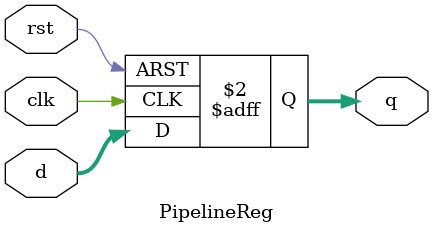
<source format=v>
module PipelineReg #(
    parameter WIDTH = 32
)(
    input wire clk,
    input wire rst,
    input wire [WIDTH-1:0] d,
    output reg [WIDTH-1:0] q
);
    always @(posedge clk or posedge rst) begin
        if (rst) begin
            q <= 0;
        end else begin
            q <= d;
        end
    end


endmodule
</source>
